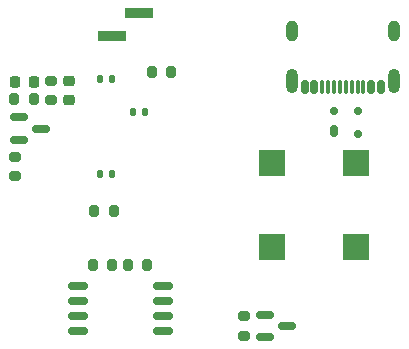
<source format=gbr>
%TF.GenerationSoftware,KiCad,Pcbnew,9.99.0-4037-gdf8ecb877a*%
%TF.CreationDate,2025-11-08T20:25:16-05:00*%
%TF.ProjectId,horizon-mini,686f7269-7a6f-46e2-9d6d-696e692e6b69,rev?*%
%TF.SameCoordinates,Original*%
%TF.FileFunction,Paste,Bot*%
%TF.FilePolarity,Positive*%
%FSLAX46Y46*%
G04 Gerber Fmt 4.6, Leading zero omitted, Abs format (unit mm)*
G04 Created by KiCad (PCBNEW 9.99.0-4037-gdf8ecb877a) date 2025-11-08 20:25:16*
%MOMM*%
%LPD*%
G01*
G04 APERTURE LIST*
G04 Aperture macros list*
%AMRoundRect*
0 Rectangle with rounded corners*
0 $1 Rounding radius*
0 $2 $3 $4 $5 $6 $7 $8 $9 X,Y pos of 4 corners*
0 Add a 4 corners polygon primitive as box body*
4,1,4,$2,$3,$4,$5,$6,$7,$8,$9,$2,$3,0*
0 Add four circle primitives for the rounded corners*
1,1,$1+$1,$2,$3*
1,1,$1+$1,$4,$5*
1,1,$1+$1,$6,$7*
1,1,$1+$1,$8,$9*
0 Add four rect primitives between the rounded corners*
20,1,$1+$1,$2,$3,$4,$5,0*
20,1,$1+$1,$4,$5,$6,$7,0*
20,1,$1+$1,$6,$7,$8,$9,0*
20,1,$1+$1,$8,$9,$2,$3,0*%
G04 Aperture macros list end*
%ADD10R,2.350000X0.850000*%
%ADD11RoundRect,0.200000X0.275000X-0.200000X0.275000X0.200000X-0.275000X0.200000X-0.275000X-0.200000X0*%
%ADD12RoundRect,0.200000X-0.200000X-0.275000X0.200000X-0.275000X0.200000X0.275000X-0.200000X0.275000X0*%
%ADD13RoundRect,0.200000X0.200000X0.275000X-0.200000X0.275000X-0.200000X-0.275000X0.200000X-0.275000X0*%
%ADD14RoundRect,0.175000X-0.175000X-0.325000X0.175000X-0.325000X0.175000X0.325000X-0.175000X0.325000X0*%
%ADD15RoundRect,0.150000X-0.200000X-0.150000X0.200000X-0.150000X0.200000X0.150000X-0.200000X0.150000X0*%
%ADD16RoundRect,0.150000X-0.150000X-0.425000X0.150000X-0.425000X0.150000X0.425000X-0.150000X0.425000X0*%
%ADD17RoundRect,0.075000X-0.075000X-0.500000X0.075000X-0.500000X0.075000X0.500000X-0.075000X0.500000X0*%
%ADD18O,1.000000X1.800000*%
%ADD19O,1.000000X2.100000*%
%ADD20R,2.311400X2.311400*%
%ADD21RoundRect,0.218750X-0.256250X0.218750X-0.256250X-0.218750X0.256250X-0.218750X0.256250X0.218750X0*%
%ADD22RoundRect,0.150000X-0.587500X-0.150000X0.587500X-0.150000X0.587500X0.150000X-0.587500X0.150000X0*%
%ADD23RoundRect,0.200000X-0.275000X0.200000X-0.275000X-0.200000X0.275000X-0.200000X0.275000X0.200000X0*%
%ADD24RoundRect,0.140000X-0.140000X-0.170000X0.140000X-0.170000X0.140000X0.170000X-0.140000X0.170000X0*%
%ADD25RoundRect,0.140000X0.140000X0.170000X-0.140000X0.170000X-0.140000X-0.170000X0.140000X-0.170000X0*%
%ADD26RoundRect,0.218750X0.218750X0.256250X-0.218750X0.256250X-0.218750X-0.256250X0.218750X-0.256250X0*%
%ADD27RoundRect,0.162500X-0.650000X-0.162500X0.650000X-0.162500X0.650000X0.162500X-0.650000X0.162500X0*%
G04 APERTURE END LIST*
D10*
%TO.C,J16*%
X147247259Y-103969487D03*
X144897259Y-105969487D03*
%TD*%
D11*
%TO.C,R30*%
X136750000Y-117825000D03*
X136750000Y-116175000D03*
%TD*%
D12*
%TO.C,R31*%
X136664937Y-111312074D03*
X138314937Y-111312074D03*
%TD*%
D13*
%TO.C,R11*%
X144928447Y-125307375D03*
X143278447Y-125307375D03*
%TD*%
D14*
%TO.C,D14*%
X163750000Y-114000000D03*
D15*
X163750000Y-112300000D03*
X165750000Y-112300000D03*
X165750000Y-114200000D03*
%TD*%
D16*
%TO.C,J7*%
X161261249Y-110299323D03*
X162061249Y-110299323D03*
D17*
X163211249Y-110299323D03*
X164211249Y-110299323D03*
X164711249Y-110299323D03*
X165711249Y-110299323D03*
D16*
X166861249Y-110299323D03*
X167661249Y-110299323D03*
X167661249Y-110299323D03*
X166861249Y-110299323D03*
D17*
X166211249Y-110299323D03*
X165211249Y-110299323D03*
X163711249Y-110299323D03*
X162711249Y-110299323D03*
D16*
X162061249Y-110299323D03*
X161261249Y-110299323D03*
D18*
X160141249Y-105544323D03*
D19*
X160141249Y-109724323D03*
D18*
X168781249Y-105544323D03*
D19*
X168781249Y-109724323D03*
%TD*%
D20*
%TO.C,BZ2*%
X165550001Y-123800001D03*
X158449999Y-123800001D03*
X165550001Y-116699999D03*
X158449999Y-116699999D03*
%TD*%
D21*
%TO.C,F2*%
X141296159Y-109766359D03*
X141296159Y-111341359D03*
%TD*%
D12*
%TO.C,R2*%
X146249801Y-125307375D03*
X147899801Y-125307375D03*
%TD*%
D22*
%TO.C,Q1*%
X157835782Y-131436692D03*
X157835782Y-129536692D03*
X159710782Y-130486692D03*
%TD*%
D23*
%TO.C,R80*%
X139778874Y-109724095D03*
X139778874Y-111374095D03*
%TD*%
D24*
%TO.C,C7*%
X143920000Y-109600000D03*
X144880000Y-109600000D03*
%TD*%
D25*
%TO.C,C9*%
X144880000Y-117600000D03*
X143920000Y-117600000D03*
%TD*%
D22*
%TO.C,Q2*%
X137018712Y-114731577D03*
X137018712Y-112831577D03*
X138893712Y-113781577D03*
%TD*%
D26*
%TO.C,D2*%
X138293333Y-109817907D03*
X136718333Y-109817907D03*
%TD*%
D27*
%TO.C,U6*%
X142075000Y-130909715D03*
X142075000Y-129639715D03*
X142075000Y-128369715D03*
X142075000Y-127099715D03*
X149250000Y-127099715D03*
X149250000Y-128369715D03*
X149250000Y-129639715D03*
X149250000Y-130909715D03*
%TD*%
D12*
%TO.C,R23*%
X143425000Y-120750000D03*
X145075000Y-120750000D03*
%TD*%
D11*
%TO.C,R1*%
X156070027Y-131303671D03*
X156070027Y-129653671D03*
%TD*%
D12*
%TO.C,R12*%
X148275746Y-108960863D03*
X149925746Y-108960863D03*
%TD*%
D24*
%TO.C,C8*%
X146720000Y-112400000D03*
X147680000Y-112400000D03*
%TD*%
M02*

</source>
